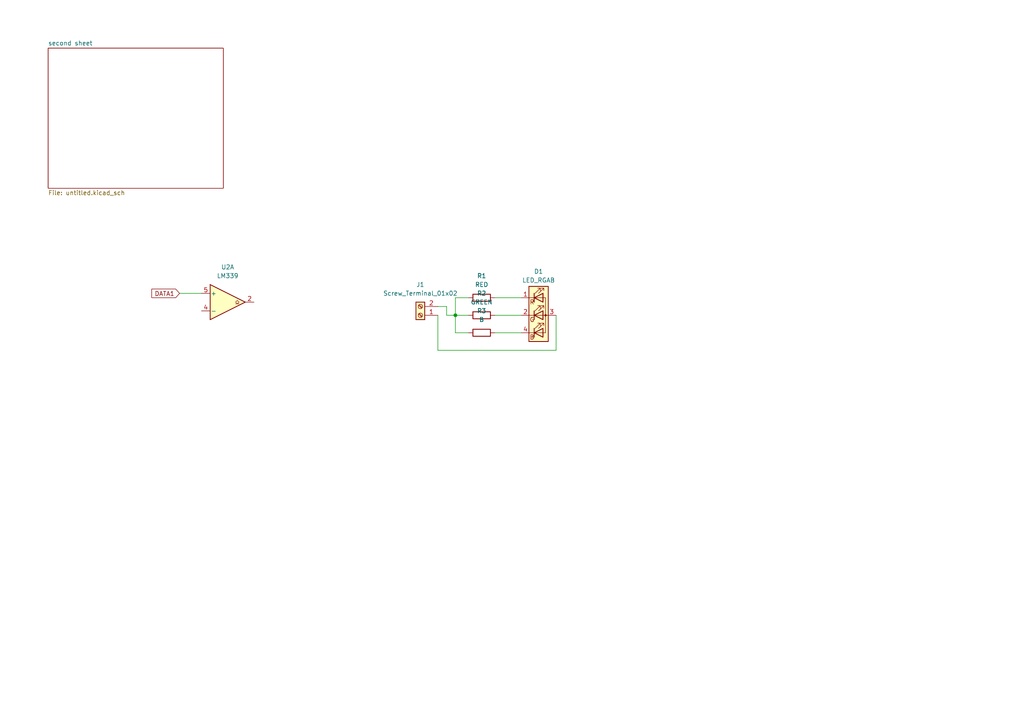
<source format=kicad_sch>
(kicad_sch (version 20230121) (generator eeschema)
  (paper "A4")
  (lib_symbols
    (symbol "Comparator:LM339" (pin_names (offset 0.127))
      (property "Reference" "U" (at 0 5.08 0))
      (property "Value" "LM339" (at 0 -5.08 0))
      (symbol "LM339_1_1"
        (polyline (pts (xy -5.08 5.08) (xy 5.08 0) (xy -5.08 -5.08) (xy -5.08 5.08)) (stroke (width 0.254)) (fill (type background)))
        (polyline (pts (xy 3.302 -0.508) (xy 2.794 -0.508) (xy 3.302 0) (xy 2.794 0.508) (xy 2.286 0) (xy 2.794 -0.508) (xy 2.286 -0.508)) (stroke (width 0.127)))
        (pin open_collector line (at 7.62 0 180) (length 2.54) (name "~") (number "2"))
        (pin input line (at -7.62 -2.54 0) (length 2.54) (name "-") (number "4"))
        (pin input line (at -7.62 2.54 0) (length 2.54) (name "+") (number "5"))
      )
      (symbol "LM339_2_1"
        (polyline (pts (xy -5.08 5.08) (xy 5.08 0) (xy -5.08 -5.08) (xy -5.08 5.08)) (stroke (width 0.254)) (fill (type background)))
        (polyline (pts (xy 3.302 -0.508) (xy 2.794 -0.508) (xy 3.302 0) (xy 2.794 0.508) (xy 2.286 0) (xy 2.794 -0.508) (xy 2.286 -0.508)) (stroke (width 0.127)))
        (pin open_collector line (at 7.62 0 180) (length 2.54) (name "~") (number "1"))
        (pin input line (at -7.62 -2.54 0) (length 2.54) (name "-") (number "6"))
        (pin input line (at -7.62 2.54 0) (length 2.54) (name "+") (number "7"))
      )
      (symbol "LM339_3_1"
        (polyline (pts (xy -5.08 5.08) (xy 5.08 0) (xy -5.08 -5.08) (xy -5.08 5.08)) (stroke (width 0.254)) (fill (type background)))
        (polyline (pts (xy 3.302 -0.508) (xy 2.794 -0.508) (xy 3.302 0) (xy 2.794 0.508) (xy 2.286 0) (xy 2.794 -0.508) (xy 2.286 -0.508)) (stroke (width 0.127)))
        (pin input line (at -7.62 -2.54 0) (length 2.54) (name "-") (number "10"))
        (pin input line (at -7.62 2.54 0) (length 2.54) (name "+") (number "11"))
        (pin open_collector line (at 7.62 0 180) (length 2.54) (name "~") (number "13"))
      )
      (symbol "LM339_4_1"
        (polyline (pts (xy -5.08 5.08) (xy 5.08 0) (xy -5.08 -5.08) (xy -5.08 5.08)) (stroke (width 0.254)) (fill (type background)))
        (polyline (pts (xy 3.302 -0.508) (xy 2.794 -0.508) (xy 3.302 0) (xy 2.794 0.508) (xy 2.286 0) (xy 2.794 -0.508) (xy 2.286 -0.508)) (stroke (width 0.127)))
        (pin open_collector line (at 7.62 0 180) (length 2.54) (name "~") (number "14"))
        (pin input line (at -7.62 -2.54 0) (length 2.54) (name "-") (number "8"))
        (pin input line (at -7.62 2.54 0) (length 2.54) (name "+") (number "9"))
      )
      (symbol "LM339_5_1"
        (pin power_in line (at -2.54 -7.62 90) (length 3.81) (name "V-") (number "12"))
        (pin power_in line (at -2.54 7.62 270) (length 3.81) (name "V+") (number "3"))
      )
    )
    (symbol "Connector:Screw_Terminal_01x02" (pin_names (offset 1.016) hide)
      (property "Reference" "J" (at 0 2.54 0))
      (property "Value" "Screw_Terminal_01x02" (at 0 -5.08 0))
      (symbol "Screw_Terminal_01x02_1_1"
        (rectangle (start -1.27 1.27) (end 1.27 -3.81) (stroke (width 0.254)) (fill (type background)))
        (circle (center 0 -2.54) (radius 0.635) (stroke (width 0.1524)))
        (polyline (pts (xy -0.5334 -2.2098) (xy 0.3302 -3.048)) (stroke (width 0.1524)))
        (polyline (pts (xy -0.5334 0.3302) (xy 0.3302 -0.508)) (stroke (width 0.1524)))
        (polyline (pts (xy -0.3556 -2.032) (xy 0.508 -2.8702)) (stroke (width 0.1524)))
        (polyline (pts (xy -0.3556 0.508) (xy 0.508 -0.3302)) (stroke (width 0.1524)))
        (circle (center 0 0) (radius 0.635) (stroke (width 0.1524)))
        (pin passive line (at -5.08 0 0) (length 3.81) (name "Pin_1") (number "1"))
        (pin passive line (at -5.08 -2.54 0) (length 3.81) (name "Pin_2") (number "2"))
      )
    )
    (symbol "Device:LED_RGAB" (pin_names (offset 0) hide)
      (property "Reference" "D" (at 0 9.398 0))
      (property "Value" "LED_RGAB" (at 0 -8.89 0))
      (symbol "LED_RGAB_0_0"
        (text "B" (at -1.905 -6.35 0) (effects (font (size 1.27 1.27))))
        (text "G" (at -1.905 -1.27 0) (effects (font (size 1.27 1.27))))
        (text "R" (at -1.905 3.81 0) (effects (font (size 1.27 1.27))))
      )
      (symbol "LED_RGAB_0_1"
        (polyline (pts (xy -1.27 -5.08) (xy -2.54 -5.08)))
        (polyline (pts (xy -1.27 -5.08) (xy 1.27 -5.08)))
        (polyline (pts (xy -1.27 -3.81) (xy -1.27 -6.35)) (stroke (width 0.254)))
        (polyline (pts (xy -1.27 0) (xy -2.54 0)))
        (polyline (pts (xy -1.27 1.27) (xy -1.27 -1.27)) (stroke (width 0.254)))
        (polyline (pts (xy -1.27 5.08) (xy -2.54 5.08)))
        (polyline (pts (xy -1.27 5.08) (xy 1.27 5.08)))
        (polyline (pts (xy -1.27 6.35) (xy -1.27 3.81)) (stroke (width 0.254)))
        (polyline (pts (xy 1.27 0) (xy -1.27 0)))
        (polyline (pts (xy 1.27 0) (xy 2.54 0)))
        (polyline (pts (xy -1.27 1.27) (xy -1.27 -1.27) (xy -1.27 -1.27)))
        (polyline (pts (xy -1.27 6.35) (xy -1.27 3.81) (xy -1.27 3.81)))
        (polyline (pts (xy 1.27 -5.08) (xy 2.032 -5.08) (xy 2.032 5.08) (xy 1.27 5.08)))
        (polyline (pts (xy 1.27 -3.81) (xy 1.27 -6.35) (xy -1.27 -5.08) (xy 1.27 -3.81)) (stroke (width 0.254)))
        (polyline (pts (xy 1.27 1.27) (xy 1.27 -1.27) (xy -1.27 0) (xy 1.27 1.27)) (stroke (width 0.254)))
        (polyline (pts (xy 1.27 6.35) (xy 1.27 3.81) (xy -1.27 5.08) (xy 1.27 6.35)) (stroke (width 0.254)))
        (polyline (pts (xy -1.016 -3.81) (xy 0.508 -2.286) (xy -0.254 -2.286) (xy 0.508 -2.286) (xy 0.508 -3.048)))
        (polyline (pts (xy -1.016 1.27) (xy 0.508 2.794) (xy -0.254 2.794) (xy 0.508 2.794) (xy 0.508 2.032)))
        (polyline (pts (xy -1.016 6.35) (xy 0.508 7.874) (xy -0.254 7.874) (xy 0.508 7.874) (xy 0.508 7.112)))
        (polyline (pts (xy 0 -3.81) (xy 1.524 -2.286) (xy 0.762 -2.286) (xy 1.524 -2.286) (xy 1.524 -3.048)))
        (polyline (pts (xy 0 1.27) (xy 1.524 2.794) (xy 0.762 2.794) (xy 1.524 2.794) (xy 1.524 2.032)))
        (polyline (pts (xy 0 6.35) (xy 1.524 7.874) (xy 0.762 7.874) (xy 1.524 7.874) (xy 1.524 7.112)))
        (rectangle (start 1.27 -1.27) (end 1.27 1.27))
        (rectangle (start 1.27 1.27) (end 1.27 1.27))
        (rectangle (start 1.27 3.81) (end 1.27 6.35))
        (rectangle (start 1.27 6.35) (end 1.27 6.35))
        (circle (center 2.032 0) (radius 0.254) (fill (type outline)))
        (rectangle (start 2.794 8.382) (end -2.794 -7.62) (stroke (width 0.254)) (fill (type background)))
      )
      (symbol "LED_RGAB_1_1"
        (pin passive line (at -5.08 5.08 0) (length 2.54) (name "RK") (number "1"))
        (pin passive line (at -5.08 0 0) (length 2.54) (name "GK") (number "2"))
        (pin passive line (at 5.08 0 180) (length 2.54) (name "A") (number "3"))
        (pin passive line (at -5.08 -5.08 0) (length 2.54) (name "BK") (number "4"))
      )
    )
    (symbol "Device:R" (pin_numbers hide) (pin_names (offset 0))
      (property "Reference" "R" (at 2.032 0 90))
      (property "Value" "R" (at 0 0 90))
      (symbol "R_0_1"
        (rectangle (start -1.016 -2.54) (end 1.016 2.54) (stroke (width 0.254)))
      )
      (symbol "R_1_1"
        (pin passive line (at 0 3.81 270) (length 1.27) (name "~") (number "1"))
        (pin passive line (at 0 -3.81 90) (length 1.27) (name "~") (number "2"))
      )
    )
  )
  (junction (at 132.08 91.44))
  (wire (pts (xy 52.07 85.09) (xy 58.42 85.09)))
  (wire (pts (xy 129.54 88.9) (xy 129.54 91.44)))
  (wire (pts (xy 143.51 91.44) (xy 151.13 91.44)))
  (wire (pts (xy 127 91.44) (xy 127 101.6)))
  (wire (pts (xy 132.08 91.44) (xy 132.08 86.36)))
  (wire (pts (xy 143.51 96.52) (xy 151.13 96.52)))
  (wire (pts (xy 132.08 91.44) (xy 135.89 91.44)))
  (wire (pts (xy 127 101.6) (xy 161.29 101.6)))
  (wire (pts (xy 161.29 101.6) (xy 161.29 91.44)))
  (wire (pts (xy 127 88.9) (xy 129.54 88.9)))
  (wire (pts (xy 132.08 86.36) (xy 135.89 86.36)))
  (wire (pts (xy 129.54 91.44) (xy 132.08 91.44)))
  (wire (pts (xy 135.89 96.52) (xy 132.08 96.52)))
  (wire (pts (xy 132.08 96.52) (xy 132.08 91.44)))
  (wire (pts (xy 143.51 86.36) (xy 151.13 86.36)))
  (global_label "DATA1" (shape input) (at 52.07 85.09 180) (property "Intersheetrefs" "${INTERSHEET_REFS}" (at 43.4605 85.09 0) (effects (justify right))))
  (symbol (lib_id "Device:LED_RGAB") (at 156.21 91.44 0) (unit 1)
    (property "Reference" "D1" (at 156.21 78.74 0))
    (property "Value" "LED_RGAB" (at 156.21 81.28 0))
    (property "Footprint" "LED_THT:LED_D5.0mm-4_RGB" (effects hide))
  )
  (symbol (lib_id "Device:R") (at 139.7 86.36 90) (unit 1)
    (property "Reference" "R1" (at 139.7 80.01 90))
    (property "Value" "RED" (at 139.7 82.55 90))
    (property "Footprint" "Resistor_THT:R_Axial_DIN0207_L6.3mm_D2.5mm_P10.16mm_Horizontal" (effects hide))
  )
  (symbol (lib_id "Device:R") (at 139.7 96.52 90) (unit 1)
    (property "Reference" "R3" (at 139.7 90.17 90))
    (property "Value" "B" (at 139.7 92.71 90))
    (property "Footprint" "Resistor_THT:R_Axial_DIN0207_L6.3mm_D2.5mm_P10.16mm_Horizontal" (effects hide))
  )
  (symbol (lib_id "Device:R") (at 139.7 91.44 90) (unit 1)
    (property "Reference" "R2" (at 139.7 85.09 90))
    (property "Value" "GREEN" (at 139.7 87.63 90))
    (property "Footprint" "Resistor_THT:R_Axial_DIN0207_L6.3mm_D2.5mm_P10.16mm_Horizontal" (effects hide))
  )
  (symbol (lib_id "Connector:Screw_Terminal_01x02") (at 121.92 91.44 180) (unit 1)
    (property "Reference" "J1" (at 121.92 82.55 0))
    (property "Value" "Screw_Terminal_01x02" (at 121.92 85.09 0))
    (property "Footprint" "TerminalBlock:TerminalBlock_Altech_AK300-2_P5.00mm" (effects hide))
  )
  (symbol (lib_id "Comparator:LM339") (at 66.04 87.63 0) (unit 1)
    (property "Reference" "U2" (at 66.04 77.47 0))
    (property "Value" "LM339" (at 66.04 80.01 0))
    (property "Footprint" "Package_SO:SOIC-14_3.9x8.7mm_P1.27mm" (effects hide))
    (property "Datasheet" "https://www.st.com/resource/en/datasheet/lm139.pdf" (effects hide))
  )
  (sheet (at 13.97 13.97) (size 50.8 40.64) (stroke (width 0.1524))
    (property "Sheetname" "second sheet" (at 13.97 13.2584 0) (effects (justify left bottom)))
    (property "Sheetfile" "untitled.kicad_sch" (at 13.97 55.1946 0) (effects (justify left top)))
  )
)
</source>
